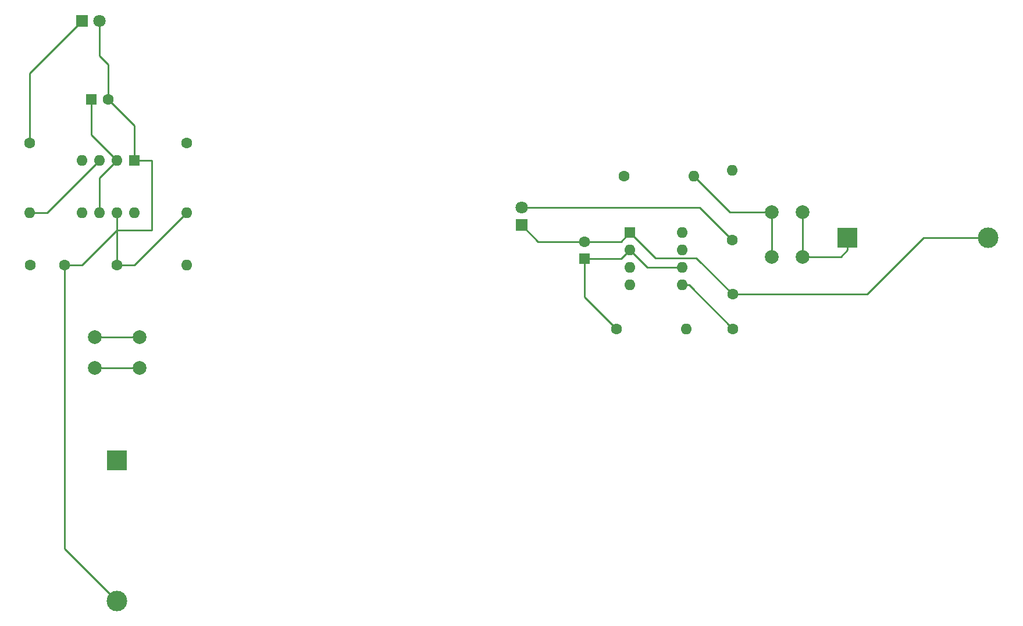
<source format=gbr>
%TF.GenerationSoftware,KiCad,Pcbnew,7.0.5*%
%TF.CreationDate,2024-01-16T13:08:26+02:00*%
%TF.ProjectId,Ex04-Chapter06,45783034-2d43-4686-9170-74657230362e,rev?*%
%TF.SameCoordinates,Original*%
%TF.FileFunction,Copper,L1,Top*%
%TF.FilePolarity,Positive*%
%FSLAX46Y46*%
G04 Gerber Fmt 4.6, Leading zero omitted, Abs format (unit mm)*
G04 Created by KiCad (PCBNEW 7.0.5) date 2024-01-16 13:08:26*
%MOMM*%
%LPD*%
G01*
G04 APERTURE LIST*
%TA.AperFunction,ComponentPad*%
%ADD10R,1.600000X1.600000*%
%TD*%
%TA.AperFunction,ComponentPad*%
%ADD11O,1.600000X1.600000*%
%TD*%
%TA.AperFunction,ComponentPad*%
%ADD12C,1.600000*%
%TD*%
%TA.AperFunction,ComponentPad*%
%ADD13R,3.000000X3.000000*%
%TD*%
%TA.AperFunction,ComponentPad*%
%ADD14C,3.000000*%
%TD*%
%TA.AperFunction,ComponentPad*%
%ADD15R,1.800000X1.800000*%
%TD*%
%TA.AperFunction,ComponentPad*%
%ADD16C,1.800000*%
%TD*%
%TA.AperFunction,ComponentPad*%
%ADD17C,2.000000*%
%TD*%
%TA.AperFunction,Conductor*%
%ADD18C,0.250000*%
%TD*%
G04 APERTURE END LIST*
D10*
%TO.P,U1,1,GND*%
%TO.N,GND*%
X215711396Y-80283844D03*
D11*
%TO.P,U1,2,TR*%
%TO.N,/THRESHOLD*%
X215711396Y-82823844D03*
%TO.P,U1,3,Q*%
%TO.N,Net-(U1-Q)*%
X215711396Y-85363844D03*
%TO.P,U1,4,R*%
%TO.N,VCC*%
X215711396Y-87903844D03*
%TO.P,U1,5,CV*%
%TO.N,Net-(U1-CV)*%
X223331396Y-87903844D03*
%TO.P,U1,6,THR*%
%TO.N,/THRESHOLD*%
X223331396Y-85363844D03*
%TO.P,U1,7,DIS*%
%TO.N,/DISCHARGE*%
X223331396Y-82823844D03*
%TO.P,U1,8,VCC*%
%TO.N,VCC*%
X223331396Y-80283844D03*
%TD*%
D12*
%TO.P,C1,2*%
%TO.N,GND*%
X230664122Y-89275551D03*
%TO.P,C1,1*%
%TO.N,Net-(U1-CV)*%
X230664122Y-94275551D03*
%TD*%
%TO.P,R3,1*%
%TO.N,/THRESHOLD*%
X213758026Y-94322098D03*
D11*
%TO.P,R3,2*%
%TO.N,/DISCHARGE*%
X223918026Y-94322098D03*
%TD*%
D12*
%TO.P,R1,1*%
%TO.N,Net-(D1-A)*%
X230554473Y-81353466D03*
D11*
%TO.P,R1,2*%
%TO.N,Net-(U1-Q)*%
X230554473Y-71193466D03*
%TD*%
D12*
%TO.P,R2,1*%
%TO.N,/DISCHARGE*%
X214819953Y-72088191D03*
D11*
%TO.P,R2,2*%
%TO.N,VCC*%
X224979953Y-72088191D03*
%TD*%
D13*
%TO.P,BT1,1,+*%
%TO.N,Net-(BT1-+)*%
X247382910Y-81061516D03*
D14*
%TO.P,BT1,2,-*%
%TO.N,GND*%
X267872910Y-81061516D03*
%TD*%
D12*
%TO.P,C2,2*%
%TO.N,GND*%
X209063421Y-81594672D03*
D10*
%TO.P,C2,1*%
%TO.N,/THRESHOLD*%
X209063421Y-84094672D03*
%TD*%
D15*
%TO.P,D1,1,K*%
%TO.N,GND*%
X199935206Y-79187914D03*
D16*
%TO.P,D1,2,A*%
%TO.N,Net-(D1-A)*%
X199935206Y-76647914D03*
%TD*%
D17*
%TO.P,SW1,1,1*%
%TO.N,Net-(BT1-+)*%
X240833995Y-77323894D03*
X240833995Y-83823894D03*
%TO.P,SW1,2,2*%
%TO.N,VCC*%
X236333995Y-77323894D03*
X236333995Y-83823894D03*
%TD*%
D15*
%TO.P,D1,1*%
%TO.N,N/C*%
X135950000Y-49470000D03*
D16*
%TO.P,D1,2*%
X138490000Y-49470000D03*
%TD*%
D10*
%TO.P,U1,1*%
%TO.N,N/C*%
X143570000Y-69790000D03*
D11*
%TO.P,U1,2*%
X141030000Y-69790000D03*
%TO.P,U1,3*%
X138490000Y-69790000D03*
%TO.P,U1,4*%
X135950000Y-69790000D03*
%TO.P,U1,5*%
X135950000Y-77410000D03*
%TO.P,U1,6*%
X138490000Y-77410000D03*
%TO.P,U1,7*%
X141030000Y-77410000D03*
%TO.P,U1,8*%
X143570000Y-77410000D03*
%TD*%
D12*
%TO.P,R2,1*%
%TO.N,N/C*%
X151190000Y-67250000D03*
D11*
%TO.P,R2,2*%
X151190000Y-77410000D03*
%TD*%
D12*
%TO.P,R1,1*%
%TO.N,N/C*%
X141030000Y-85030000D03*
D11*
%TO.P,R1,2*%
X151190000Y-85030000D03*
%TD*%
D17*
%TO.P,SW1,1*%
%TO.N,N/C*%
X137780000Y-95480000D03*
X144280000Y-95480000D03*
%TO.P,SW1,2*%
X137780000Y-99980000D03*
X144280000Y-99980000D03*
%TD*%
D13*
%TO.P,BT1,1*%
%TO.N,N/C*%
X141030001Y-113420000D03*
D14*
%TO.P,BT1,2*%
X141030001Y-133910000D03*
%TD*%
D12*
%TO.P,C1,1*%
%TO.N,N/C*%
X128410000Y-85030000D03*
%TO.P,C1,2*%
X133410000Y-85030000D03*
%TD*%
D10*
%TO.P,C2,1*%
%TO.N,N/C*%
X137240000Y-60880000D03*
D12*
%TO.P,C2,2*%
X139740000Y-60880000D03*
%TD*%
%TO.P,R3,1*%
%TO.N,N/C*%
X128330000Y-67250000D03*
D11*
%TO.P,R3,2*%
X128330000Y-77410000D03*
%TD*%
D18*
%TO.N,GND*%
X225337415Y-83948844D02*
X230664122Y-89275551D01*
X215711396Y-80283844D02*
X219376396Y-83948844D01*
X219376396Y-83948844D02*
X225337415Y-83948844D01*
X202341964Y-81594672D02*
X199935206Y-79187914D01*
X209063421Y-81594672D02*
X202341964Y-81594672D01*
X214400568Y-81594672D02*
X215711396Y-80283844D01*
X209063421Y-81594672D02*
X214400568Y-81594672D01*
%TO.N,/THRESHOLD*%
X218251396Y-85363844D02*
X223331396Y-85363844D01*
X215711396Y-82823844D02*
X218251396Y-85363844D01*
X209063421Y-84094672D02*
X214440568Y-84094672D01*
X214440568Y-84094672D02*
X215711396Y-82823844D01*
%TO.N,VCC*%
X230215656Y-77323894D02*
X224979953Y-72088191D01*
X236333995Y-77323894D02*
X230215656Y-77323894D01*
%TO.N,Net-(D1-A)*%
X225848921Y-76647914D02*
X199935206Y-76647914D01*
X230554473Y-81353466D02*
X225848921Y-76647914D01*
%TO.N,VCC*%
X236333995Y-77323894D02*
X236333995Y-83823894D01*
%TO.N,Net-(BT1-+)*%
X240833995Y-83823894D02*
X240833995Y-77323894D01*
X246376106Y-83823894D02*
X240833995Y-83823894D01*
X247382910Y-82817090D02*
X246376106Y-83823894D01*
X247382910Y-81061516D02*
X247382910Y-82817090D01*
%TO.N,/THRESHOLD*%
X209063421Y-89627493D02*
X209063421Y-84094672D01*
X213758026Y-94322098D02*
X209063421Y-89627493D01*
%TO.N,Net-(U1-CV)*%
X224292415Y-87903844D02*
X223331396Y-87903844D01*
X230664122Y-94275551D02*
X224292415Y-87903844D01*
%TO.N,GND*%
X258395541Y-81061516D02*
X250181506Y-89275551D01*
X250181506Y-89275551D02*
X230664122Y-89275551D01*
X267872910Y-81061516D02*
X258395541Y-81061516D01*
%TO.N,*%
X133410000Y-126289999D02*
X141030001Y-133910000D01*
X146110000Y-69790000D02*
X143570000Y-69790000D01*
X133410000Y-85030000D02*
X135950000Y-85030000D01*
X138490000Y-54550000D02*
X139740000Y-55800000D01*
X143570000Y-64710000D02*
X143570000Y-69790000D01*
X133490000Y-85110000D02*
X133410000Y-85030000D01*
X143570000Y-85030000D02*
X141030000Y-85030000D01*
X133410000Y-85030000D02*
X133410000Y-126289999D01*
X137240000Y-66000000D02*
X141030000Y-69790000D01*
X138490000Y-49470000D02*
X138490000Y-54550000D01*
X139740000Y-60880000D02*
X143570000Y-64710000D01*
X141030000Y-77410000D02*
X141030000Y-85030000D01*
X144280000Y-99980000D02*
X137780000Y-99980000D01*
X139740000Y-55800000D02*
X139740000Y-60880000D01*
X139760000Y-60880000D02*
X139740000Y-60880000D01*
X151190000Y-77410000D02*
X143570000Y-85030000D01*
X146110000Y-79950000D02*
X146110000Y-69790000D01*
X138490000Y-72330000D02*
X138490000Y-77410000D01*
X128330000Y-67250000D02*
X128330000Y-57090000D01*
X141030000Y-69790000D02*
X138490000Y-72330000D01*
X130870000Y-77410000D02*
X128330000Y-77410000D01*
X144280000Y-95480000D02*
X137780000Y-95480000D01*
X135950000Y-85030000D02*
X141030000Y-79950000D01*
X137240000Y-60880000D02*
X137240000Y-66000000D01*
X141030000Y-79950000D02*
X146110000Y-79950000D01*
X128330000Y-57090000D02*
X135950000Y-49470000D01*
X138490000Y-69790000D02*
X130870000Y-77410000D01*
%TD*%
M02*

</source>
